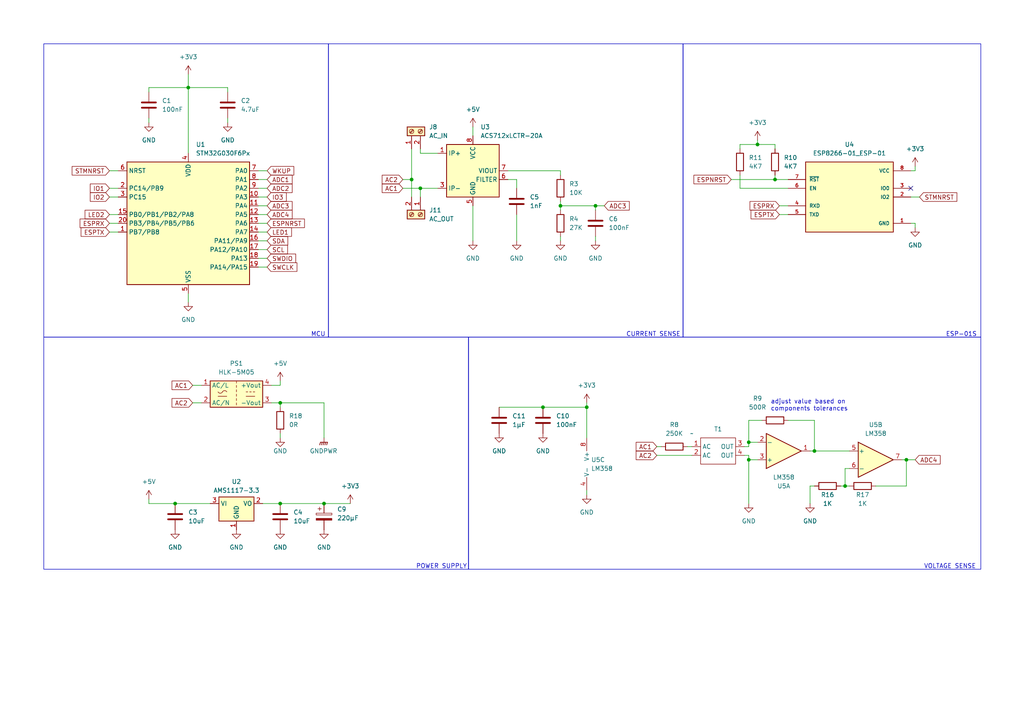
<source format=kicad_sch>
(kicad_sch (version 20230121) (generator eeschema)
  (paper "A4")
  (title_block (title "ESPIOT") (date "2024-03-27") (rev "2") (company "Emanuele Sormani") (comment 1 "Rev 2: removed diode and modified ground placing"))
  (lib_symbols
    (symbol "Amplifier_Operational:LM358" (pin_names (offset 0.127))
      (property "Reference" "U" (at 0 5.08 0))
      (property "Value" "LM358" (at 0 -5.08 0))
      (symbol "LM358_1_1"
        (polyline (pts (xy -5.08 5.08) (xy 5.08 0) (xy -5.08 -5.08) (xy -5.08 5.08)) (stroke (width 0.254)) (fill (type background)))
        (pin output line (at 7.62 0 180) (length 2.54) (name "~") (number "1"))
        (pin input line (at -7.62 -2.54 0) (length 2.54) (name "-") (number "2"))
        (pin input line (at -7.62 2.54 0) (length 2.54) (name "+") (number "3"))
      )
      (symbol "LM358_2_1"
        (polyline (pts (xy -5.08 5.08) (xy 5.08 0) (xy -5.08 -5.08) (xy -5.08 5.08)) (stroke (width 0.254)) (fill (type background)))
        (pin input line (at -7.62 2.54 0) (length 2.54) (name "+") (number "5"))
        (pin input line (at -7.62 -2.54 0) (length 2.54) (name "-") (number "6"))
        (pin output line (at 7.62 0 180) (length 2.54) (name "~") (number "7"))
      )
      (symbol "LM358_3_1"
        (pin power_in line (at -2.54 -7.62 90) (length 3.81) (name "V-") (number "4"))
        (pin power_in line (at -2.54 7.62 270) (length 3.81) (name "V+") (number "8"))
      )
    )
    (symbol "Connector:Screw_Terminal_01x02" (pin_names (offset 1.016) hide)
      (property "Reference" "J" (at 0 2.54 0))
      (property "Value" "Screw_Terminal_01x02" (at 0 -5.08 0))
      (symbol "Screw_Terminal_01x02_1_1"
        (rectangle (start -1.27 1.27) (end 1.27 -3.81) (stroke (width 0.254)) (fill (type background)))
        (circle (center 0 -2.54) (radius 0.635) (stroke (width 0.1524)))
        (polyline (pts (xy -0.5334 -2.2098) (xy 0.3302 -3.048)) (stroke (width 0.1524)))
        (polyline (pts (xy -0.5334 0.3302) (xy 0.3302 -0.508)) (stroke (width 0.1524)))
        (polyline (pts (xy -0.3556 -2.032) (xy 0.508 -2.8702)) (stroke (width 0.1524)))
        (polyline (pts (xy -0.3556 0.508) (xy 0.508 -0.3302)) (stroke (width 0.1524)))
        (circle (center 0 0) (radius 0.635) (stroke (width 0.1524)))
        (pin passive line (at -5.08 0 0) (length 3.81) (name "Pin_1") (number "1"))
        (pin passive line (at -5.08 -2.54 0) (length 3.81) (name "Pin_2") (number "2"))
      )
    )
    (symbol "Converter_ACDC:HLK-5M05"
      (property "Reference" "PS" (at 0 5.08 0))
      (property "Value" "HLK-5M05" (at 0 -5.08 0))
      (symbol "HLK-5M05_0_1"
        (rectangle (start -7.62 3.81) (end 7.62 -3.81) (stroke (width 0.254)) (fill (type background)))
        (arc (start -5.334 0.635) (mid -4.699 0.2495) (end -4.064 0.635))
        (arc (start -2.794 0.635) (mid -3.429 1.0072) (end -4.064 0.635))
        (polyline (pts (xy -5.334 -0.635) (xy -2.794 -0.635)))
        (polyline (pts (xy 0 -2.54) (xy 0 -3.175)))
        (polyline (pts (xy 0 -1.27) (xy 0 -1.905)))
        (polyline (pts (xy 0 0) (xy 0 -0.635)))
        (polyline (pts (xy 0 1.27) (xy 0 0.635)))
        (polyline (pts (xy 0 2.54) (xy 0 1.905)))
        (polyline (pts (xy 0 3.81) (xy 0 3.175)))
        (polyline (pts (xy 2.794 -0.635) (xy 5.334 -0.635)))
        (polyline (pts (xy 2.794 0.635) (xy 3.302 0.635)))
        (polyline (pts (xy 3.81 0.635) (xy 4.318 0.635)))
        (polyline (pts (xy 4.826 0.635) (xy 5.334 0.635)))
      )
      (symbol "HLK-5M05_1_1"
        (pin power_in line (at -10.16 2.54 0) (length 2.54) (name "AC/L") (number "1"))
        (pin power_in line (at -10.16 -2.54 0) (length 2.54) (name "AC/N") (number "2"))
        (pin power_out line (at 10.16 -2.54 180) (length 2.54) (name "-Vout") (number "3"))
        (pin power_out line (at 10.16 2.54 180) (length 2.54) (name "+Vout") (number "4"))
      )
    )
    (symbol "Device:C" (pin_numbers hide) (pin_names (offset 0.254))
      (property "Reference" "C" (at 0.635 2.54 0))
      (property "Value" "C" (at 0.635 -2.54 0))
      (symbol "C_0_1"
        (polyline (pts (xy -2.032 -0.762) (xy 2.032 -0.762)) (stroke (width 0.508)))
        (polyline (pts (xy -2.032 0.762) (xy 2.032 0.762)) (stroke (width 0.508)))
      )
      (symbol "C_1_1"
        (pin passive line (at 0 3.81 270) (length 2.794) (name "~") (number "1"))
        (pin passive line (at 0 -3.81 90) (length 2.794) (name "~") (number "2"))
      )
    )
    (symbol "Device:C_Polarized" (pin_numbers hide) (pin_names (offset 0.254))
      (property "Reference" "C" (at 0.635 2.54 0))
      (property "Value" "C_Polarized" (at 0.635 -2.54 0))
      (symbol "C_Polarized_0_1"
        (rectangle (start -2.286 0.508) (end 2.286 1.016))
        (polyline (pts (xy -1.778 2.286) (xy -0.762 2.286)))
        (polyline (pts (xy -1.27 2.794) (xy -1.27 1.778)))
        (rectangle (start 2.286 -0.508) (end -2.286 -1.016) (fill (type outline)))
      )
      (symbol "C_Polarized_1_1"
        (pin passive line (at 0 3.81 270) (length 2.794) (name "~") (number "1"))
        (pin passive line (at 0 -3.81 90) (length 2.794) (name "~") (number "2"))
      )
    )
    (symbol "Device:R" (pin_numbers hide) (pin_names (offset 0))
      (property "Reference" "R" (at 2.032 0 90))
      (property "Value" "R" (at 0 0 90))
      (symbol "R_0_1"
        (rectangle (start -1.016 -2.54) (end 1.016 2.54) (stroke (width 0.254)))
      )
      (symbol "R_1_1"
        (pin passive line (at 0 3.81 270) (length 1.27) (name "~") (number "1"))
        (pin passive line (at 0 -3.81 90) (length 1.27) (name "~") (number "2"))
      )
    )
    (symbol "ESP8266-01_ESP-01:ESP8266-01_ESP-01" (pin_names (offset 1.016))
      (property "Reference" "U" (at -12.7094 10.6778 0))
      (property "Value" "ESP8266-01_ESP-01" (at -12.7131 -12.7131 0))
      (symbol "ESP8266-01_ESP-01_0_0"
        (rectangle (start -12.7 -10.16) (end 12.7 10.16) (stroke (width 0.254)) (fill (type background)))
        (pin power_in line (at 17.78 -7.62 180) (length 5.08) (name "GND") (number "1"))
        (pin bidirectional line (at 17.78 0 180) (length 5.08) (name "IO2") (number "2"))
        (pin bidirectional line (at 17.78 2.54 180) (length 5.08) (name "IO0") (number "3"))
        (pin input line (at -17.78 -2.54 0) (length 5.08) (name "RXD") (number "4"))
        (pin output line (at -17.78 -5.08 0) (length 5.08) (name "TXD") (number "5"))
        (pin input line (at -17.78 2.54 0) (length 5.08) (name "EN") (number "6"))
        (pin input line (at -17.78 5.08 0) (length 5.08) (name "~{RST}") (number "7"))
        (pin power_in line (at 17.78 7.62 180) (length 5.08) (name "VCC") (number "8"))
      )
    )
    (symbol "MCU_ST_STM32G0:STM32G030F6Px"
      (property "Reference" "U" (at -17.78 19.05 0))
      (property "Value" "STM32G030F6Px" (at 2.54 19.05 0))
      (symbol "STM32G030F6Px_0_1"
        (rectangle (start -17.78 -17.78) (end 17.78 17.78) (stroke (width 0.254)) (fill (type background)))
      )
      (symbol "STM32G030F6Px_1_1"
        (pin bidirectional line (at -20.32 -2.54 0) (length 2.54) (name "PB7/PB8") (number "1"))
        (pin bidirectional line (at 20.32 7.62 180) (length 2.54) (name "PA3") (number "10"))
        (pin bidirectional line (at 20.32 5.08 180) (length 2.54) (name "PA4") (number "11"))
        (pin bidirectional line (at 20.32 2.54 180) (length 2.54) (name "PA5") (number "12"))
        (pin bidirectional line (at 20.32 0 180) (length 2.54) (name "PA6") (number "13"))
        (pin bidirectional line (at 20.32 -2.54 180) (length 2.54) (name "PA7") (number "14"))
        (pin bidirectional line (at -20.32 2.54 0) (length 2.54) (name "PB0/PB1/PB2/PA8") (number "15"))
        (pin bidirectional line (at 20.32 -5.08 180) (length 2.54) (name "PA11/PA9") (number "16"))
        (pin bidirectional line (at 20.32 -7.62 180) (length 2.54) (name "PA12/PA10") (number "17"))
        (pin bidirectional line (at 20.32 -10.16 180) (length 2.54) (name "PA13") (number "18"))
        (pin bidirectional line (at 20.32 -12.7 180) (length 2.54) (name "PA14/PA15") (number "19"))
        (pin bidirectional line (at -20.32 10.16 0) (length 2.54) (name "PC14/PB9") (number "2"))
        (pin bidirectional line (at -20.32 0 0) (length 2.54) (name "PB3/PB4/PB5/PB6") (number "20"))
        (pin bidirectional line (at -20.32 7.62 0) (length 2.54) (name "PC15") (number "3"))
        (pin power_in line (at 0 20.32 270) (length 2.54) (name "VDD") (number "4"))
        (pin power_in line (at 0 -20.32 90) (length 2.54) (name "VSS") (number "5"))
        (pin input line (at -20.32 15.24 0) (length 2.54) (name "NRST") (number "6"))
        (pin bidirectional line (at 20.32 15.24 180) (length 2.54) (name "PA0") (number "7"))
        (pin bidirectional line (at 20.32 12.7 180) (length 2.54) (name "PA1") (number "8"))
        (pin bidirectional line (at 20.32 10.16 180) (length 2.54) (name "PA2") (number "9"))
      )
    )
    (symbol "Regulator_Linear:AMS1117-3.3"
      (property "Reference" "U" (at -3.81 3.175 0))
      (property "Value" "AMS1117-3.3" (at 0 3.175 0))
      (symbol "AMS1117-3.3_0_1"
        (rectangle (start -5.08 -5.08) (end 5.08 1.905) (stroke (width 0.254)) (fill (type background)))
      )
      (symbol "AMS1117-3.3_1_1"
        (pin power_in line (at 0 -7.62 90) (length 2.54) (name "GND") (number "1"))
        (pin power_out line (at 7.62 0 180) (length 2.54) (name "VO") (number "2"))
        (pin power_in line (at -7.62 0 0) (length 2.54) (name "VI") (number "3"))
      )
    )
    (symbol "Sensor_Current:ACS712xLCTR-20A"
      (property "Reference" "U" (at 2.54 11.43 0))
      (property "Value" "ACS712xLCTR-20A" (at 2.54 8.89 0))
      (symbol "ACS712xLCTR-20A_0_1"
        (rectangle (start -7.62 7.62) (end 7.62 -7.62) (stroke (width 0.254)) (fill (type background)))
      )
      (symbol "ACS712xLCTR-20A_1_1"
        (pin passive line (at -10.16 5.08 0) (length 2.54) (name "IP+") (number "1"))
        (pin passive line (at -10.16 5.08 0) (length 2.54) hide (name "IP+") (number "2"))
        (pin passive line (at -10.16 -5.08 0) (length 2.54) (name "IP-") (number "3"))
        (pin passive line (at -10.16 -5.08 0) (length 2.54) hide (name "IP-") (number "4"))
        (pin power_in line (at 0 -10.16 90) (length 2.54) (name "GND") (number "5"))
        (pin passive line (at 10.16 -2.54 180) (length 2.54) (name "FILTER") (number "6"))
        (pin output line (at 10.16 0 180) (length 2.54) (name "VIOUT") (number "7"))
        (pin power_in line (at 0 10.16 270) (length 2.54) (name "VCC") (number "8"))
      )
    )
    (symbol "power:+3V3" (power) (pin_names (offset 0))
      (property "Value" "+3V3" (at 0 3.556 0))
      (symbol "+3V3_0_1"
        (polyline (pts (xy -0.762 1.27) (xy 0 2.54)))
        (polyline (pts (xy 0 0) (xy 0 2.54)))
        (polyline (pts (xy 0 2.54) (xy 0.762 1.27)))
      )
      (symbol "+3V3_1_1"
        (pin power_in line (at 0 0 90) (length 0) hide (name "+3V3") (number "1"))
      )
    )
    (symbol "power:+5V" (power) (pin_names (offset 0))
      (property "Value" "+5V" (at 0 3.556 0))
      (symbol "+5V_0_1"
        (polyline (pts (xy -0.762 1.27) (xy 0 2.54)))
        (polyline (pts (xy 0 0) (xy 0 2.54)))
        (polyline (pts (xy 0 2.54) (xy 0.762 1.27)))
      )
      (symbol "+5V_1_1"
        (pin power_in line (at 0 0 90) (length 0) hide (name "+5V") (number "1"))
      )
    )
    (symbol "power:GND" (power) (pin_names (offset 0))
      (property "Value" "GND" (at 0 -3.81 0))
      (symbol "GND_0_1"
        (polyline (pts (xy 0 0) (xy 0 -1.27) (xy 1.27 -1.27) (xy 0 -2.54) (xy -1.27 -1.27) (xy 0 -1.27)))
      )
      (symbol "GND_1_1"
        (pin power_in line (at 0 0 270) (length 0) hide (name "GND") (number "1"))
      )
    )
    (symbol "power:GNDPWR" (power) (pin_names (offset 0))
      (property "Value" "GNDPWR" (at 0 -3.302 0))
      (symbol "GNDPWR_0_1"
        (polyline (pts (xy 0 -1.27) (xy 0 0)))
        (polyline (pts (xy -1.016 -1.27) (xy -1.27 -2.032) (xy -1.27 -2.032)) (stroke (width 0.2032)))
        (polyline (pts (xy -0.508 -1.27) (xy -0.762 -2.032) (xy -0.762 -2.032)) (stroke (width 0.2032)))
        (polyline (pts (xy 0 -1.27) (xy -0.254 -2.032) (xy -0.254 -2.032)) (stroke (width 0.2032)))
        (polyline (pts (xy 0.508 -1.27) (xy 0.254 -2.032) (xy 0.254 -2.032)) (stroke (width 0.2032)))
        (polyline (pts (xy 1.016 -1.27) (xy -1.016 -1.27) (xy -1.016 -1.27)) (stroke (width 0.2032)))
        (polyline (pts (xy 1.016 -1.27) (xy 0.762 -2.032) (xy 0.762 -2.032) (xy 0.762 -2.032)) (stroke (width 0.2032)))
      )
      (symbol "GNDPWR_1_1"
        (pin power_in line (at 0 0 270) (length 0) hide (name "GNDPWR") (number "1"))
      )
    )
    (symbol "power_symbols:ZMPT107"
      (property "Reference" "T" (at 7.62 0 0))
      (symbol "ZMPT107_0_1"
        (rectangle (start 2.54 -1.27) (end 12.7 -8.89))
      )
      (symbol "ZMPT107_1_1"
        (pin input line (at 0 -3.81 0) (length 2.54) (name "AC") (number "1"))
        (pin input line (at 0 -6.35 0) (length 2.54) (name "AC") (number "2"))
        (pin input line (at 15.24 -3.81 180) (length 2.54) (name "OUT") (number "3"))
        (pin input line (at 15.24 -6.35 180) (length 2.54) (name "OUT") (number "4"))
      )
    )
  )
  (junction (at 157.48 118.11))
  (junction (at 217.17 128.27))
  (junction (at 219.71 41.91))
  (junction (at 81.28 146.05))
  (junction (at 217.17 133.35))
  (junction (at 119.38 52.07))
  (junction (at 236.22 130.81))
  (junction (at 224.79 52.07))
  (junction (at 262.89 133.35))
  (junction (at 172.72 59.69))
  (junction (at 162.56 59.69))
  (junction (at 54.61 25.4))
  (junction (at 81.28 116.84))
  (junction (at 50.8 146.05))
  (junction (at 245.11 140.97))
  (junction (at 121.92 54.61))
  (junction (at 93.98 146.05))
  (junction (at 170.18 118.11))
  (no_connect (at 264.16 54.61))
  (wire (pts (xy 217.17 128.27) (xy 217.17 129.54)))
  (wire (pts (xy 31.75 62.23) (xy 34.29 62.23)))
  (wire (pts (xy 77.47 59.69) (xy 74.93 59.69)))
  (wire (pts (xy 245.11 135.89) (xy 245.11 140.97)))
  (wire (pts (xy 245.11 140.97) (xy 246.38 140.97)))
  (wire (pts (xy 219.71 41.91) (xy 224.79 41.91)))
  (wire (pts (xy 93.98 127) (xy 93.98 116.84)))
  (wire (pts (xy 43.18 34.29) (xy 43.18 35.56)))
  (wire (pts (xy 119.38 43.18) (xy 119.38 52.07)))
  (wire (pts (xy 54.61 25.4) (xy 66.04 25.4)))
  (wire (pts (xy 78.74 111.76) (xy 81.28 111.76)))
  (wire (pts (xy 149.86 62.23) (xy 149.86 69.85)))
  (wire (pts (xy 172.72 68.58) (xy 172.72 69.85)))
  (wire (pts (xy 137.16 36.83) (xy 137.16 39.37)))
  (wire (pts (xy 264.16 64.77) (xy 265.43 64.77)))
  (wire (pts (xy 81.28 146.05) (xy 93.98 146.05)))
  (wire (pts (xy 172.72 59.69) (xy 175.26 59.69)))
  (wire (pts (xy 54.61 21.59) (xy 54.61 25.4)))
  (wire (pts (xy 121.92 54.61) (xy 127 54.61)))
  (wire (pts (xy 190.5 132.08) (xy 200.66 132.08)))
  (wire (pts (xy 55.88 111.76) (xy 58.42 111.76)))
  (wire (pts (xy 31.75 54.61) (xy 34.29 54.61)))
  (wire (pts (xy 74.93 77.47) (xy 77.47 77.47)))
  (wire (pts (xy 55.88 116.84) (xy 58.42 116.84)))
  (wire (pts (xy 224.79 52.07) (xy 228.6 52.07)))
  (wire (pts (xy 74.93 69.85) (xy 77.47 69.85)))
  (wire (pts (xy 217.17 133.35) (xy 217.17 132.08)))
  (wire (pts (xy 116.84 52.07) (xy 119.38 52.07)))
  (wire (pts (xy 219.71 40.64) (xy 219.71 41.91)))
  (wire (pts (xy 78.74 116.84) (xy 81.28 116.84)))
  (wire (pts (xy 172.72 59.69) (xy 162.56 59.69)))
  (wire (pts (xy 74.93 74.93) (xy 77.47 74.93)))
  (wire (pts (xy 190.5 129.54) (xy 191.77 129.54)))
  (wire (pts (xy 214.63 43.18) (xy 214.63 41.91)))
  (wire (pts (xy 170.18 116.84) (xy 170.18 118.11)))
  (wire (pts (xy 77.47 57.15) (xy 74.93 57.15)))
  (wire (pts (xy 170.18 118.11) (xy 170.18 127)))
  (wire (pts (xy 234.95 146.05) (xy 234.95 140.97)))
  (wire (pts (xy 162.56 68.58) (xy 162.56 69.85)))
  (wire (pts (xy 54.61 25.4) (xy 54.61 44.45)))
  (wire (pts (xy 66.04 34.29) (xy 66.04 35.56)))
  (wire (pts (xy 236.22 130.81) (xy 234.95 130.81)))
  (wire (pts (xy 54.61 85.09) (xy 54.61 87.63)))
  (wire (pts (xy 121.92 54.61) (xy 121.92 57.15)))
  (wire (pts (xy 262.89 140.97) (xy 254 140.97)))
  (wire (pts (xy 121.92 44.45) (xy 127 44.45)))
  (wire (pts (xy 81.28 118.11) (xy 81.28 116.84)))
  (wire (pts (xy 264.16 57.15) (xy 266.7 57.15)))
  (wire (pts (xy 119.38 52.07) (xy 119.38 57.15)))
  (wire (pts (xy 66.04 26.67) (xy 66.04 25.4)))
  (wire (pts (xy 77.47 67.31) (xy 74.93 67.31)))
  (wire (pts (xy 162.56 59.69) (xy 162.56 60.96)))
  (wire (pts (xy 214.63 54.61) (xy 228.6 54.61)))
  (wire (pts (xy 219.71 133.35) (xy 217.17 133.35)))
  (wire (pts (xy 31.75 49.53) (xy 34.29 49.53)))
  (wire (pts (xy 147.32 52.07) (xy 149.86 52.07)))
  (wire (pts (xy 215.9 132.08) (xy 217.17 132.08)))
  (wire (pts (xy 43.18 25.4) (xy 54.61 25.4)))
  (wire (pts (xy 245.11 135.89) (xy 246.38 135.89)))
  (wire (pts (xy 93.98 146.05) (xy 101.6 146.05)))
  (wire (pts (xy 214.63 41.91) (xy 219.71 41.91)))
  (wire (pts (xy 265.43 49.53) (xy 265.43 48.26)))
  (wire (pts (xy 121.92 43.18) (xy 121.92 44.45)))
  (wire (pts (xy 234.95 140.97) (xy 236.22 140.97)))
  (wire (pts (xy 217.17 133.35) (xy 217.17 146.05)))
  (wire (pts (xy 77.47 64.77) (xy 74.93 64.77)))
  (wire (pts (xy 31.75 67.31) (xy 34.29 67.31)))
  (wire (pts (xy 147.32 49.53) (xy 162.56 49.53)))
  (wire (pts (xy 236.22 121.92) (xy 236.22 130.81)))
  (wire (pts (xy 219.71 128.27) (xy 217.17 128.27)))
  (wire (pts (xy 162.56 58.42) (xy 162.56 59.69)))
  (wire (pts (xy 76.2 146.05) (xy 81.28 146.05)))
  (wire (pts (xy 245.11 140.97) (xy 243.84 140.97)))
  (wire (pts (xy 262.89 133.35) (xy 265.43 133.35)))
  (wire (pts (xy 262.89 133.35) (xy 262.89 140.97)))
  (wire (pts (xy 144.78 118.11) (xy 157.48 118.11)))
  (wire (pts (xy 199.39 129.54) (xy 200.66 129.54)))
  (wire (pts (xy 43.18 144.78) (xy 43.18 146.05)))
  (wire (pts (xy 224.79 50.8) (xy 224.79 52.07)))
  (wire (pts (xy 81.28 127) (xy 81.28 125.73)))
  (wire (pts (xy 77.47 52.07) (xy 74.93 52.07)))
  (wire (pts (xy 157.48 118.11) (xy 170.18 118.11)))
  (wire (pts (xy 116.84 54.61) (xy 121.92 54.61)))
  (wire (pts (xy 217.17 128.27) (xy 217.17 121.92)))
  (wire (pts (xy 77.47 54.61) (xy 74.93 54.61)))
  (wire (pts (xy 228.6 121.92) (xy 236.22 121.92)))
  (wire (pts (xy 172.72 60.96) (xy 172.72 59.69)))
  (wire (pts (xy 217.17 121.92) (xy 220.98 121.92)))
  (wire (pts (xy 226.06 62.23) (xy 228.6 62.23)))
  (wire (pts (xy 217.17 129.54) (xy 215.9 129.54)))
  (wire (pts (xy 214.63 50.8) (xy 214.63 54.61)))
  (wire (pts (xy 137.16 59.69) (xy 137.16 69.85)))
  (wire (pts (xy 264.16 49.53) (xy 265.43 49.53)))
  (wire (pts (xy 262.89 133.35) (xy 261.62 133.35)))
  (wire (pts (xy 50.8 146.05) (xy 60.96 146.05)))
  (wire (pts (xy 77.47 62.23) (xy 74.93 62.23)))
  (wire (pts (xy 31.75 64.77) (xy 34.29 64.77)))
  (wire (pts (xy 162.56 49.53) (xy 162.56 50.8)))
  (wire (pts (xy 212.09 52.07) (xy 224.79 52.07)))
  (wire (pts (xy 81.28 116.84) (xy 93.98 116.84)))
  (wire (pts (xy 31.75 57.15) (xy 34.29 57.15)))
  (wire (pts (xy 170.18 142.24) (xy 170.18 143.51)))
  (wire (pts (xy 265.43 64.77) (xy 265.43 66.04)))
  (wire (pts (xy 81.28 111.76) (xy 81.28 110.49)))
  (wire (pts (xy 43.18 26.67) (xy 43.18 25.4)))
  (wire (pts (xy 74.93 72.39) (xy 77.47 72.39)))
  (wire (pts (xy 236.22 130.81) (xy 246.38 130.81)))
  (wire (pts (xy 226.06 59.69) (xy 228.6 59.69)))
  (wire (pts (xy 77.47 49.53) (xy 74.93 49.53)))
  (wire (pts (xy 149.86 52.07) (xy 149.86 54.61)))
  (wire (pts (xy 43.18 146.05) (xy 50.8 146.05)))
  (wire (pts (xy 224.79 41.91) (xy 224.79 43.18)))
  (rectangle (start 95.25 12.7) (end 198.12 97.79))
  (rectangle (start 12.7 12.7) (end 95.25 97.79))
  (rectangle (start 135.89 97.79) (end 284.48 165.1))
  (rectangle (start 198.12 12.7) (end 284.48 97.79))
  (rectangle (start 12.7 97.79) (end 135.89 165.1))
  (text "adjust value based on \ncomponents tolerances" (at 223.52 119.38 0) (effects (font (size 1.27 1.27)) (justify left bottom)))
  (text "MCU" (at 90.17 97.79 0) (effects (font (size 1.27 1.27)) (justify left bottom)))
  (text "VOLTAGE SENSE" (at 267.97 165.1 0) (effects (font (size 1.27 1.27)) (justify left bottom)))
  (text "CURRENT SENSE" (at 181.61 97.79 0) (effects (font (size 1.27 1.27)) (justify left bottom)))
  (text "ESP-01S" (at 274.32 97.79 0) (effects (font (size 1.27 1.27)) (justify left bottom)))
  (text "POWER SUPPLY" (at 120.65 165.1 0) (effects (font (size 1.27 1.27)) (justify left bottom)))
  (global_label "STMNRST" (shape input) (at 266.7 57.15 0) (property "Intersheetrefs" "${INTERSHEET_REFS}" (effects hide)))
  (global_label "ESPNRST" (shape input) (at 212.09 52.07 180) (property "Intersheetrefs" "${INTERSHEET_REFS}" (effects hide)))
  (global_label "SWCLK" (shape input) (at 77.47 77.47 0) (property "Intersheetrefs" "${INTERSHEET_REFS}" (effects hide)))
  (global_label "LED1" (shape input) (at 77.47 67.31 0) (property "Intersheetrefs" "${INTERSHEET_REFS}" (effects hide)))
  (global_label "ESPRX" (shape input) (at 226.06 59.69 180) (property "Intersheetrefs" "${INTERSHEET_REFS}" (effects hide)))
  (global_label "IO3" (shape input) (at 77.47 57.15 0) (property "Intersheetrefs" "${INTERSHEET_REFS}" (effects hide)))
  (global_label "SWDIO" (shape input) (at 77.47 74.93 0) (property "Intersheetrefs" "${INTERSHEET_REFS}" (effects hide)))
  (global_label "AC2" (shape input) (at 55.88 116.84 180) (property "Intersheetrefs" "${INTERSHEET_REFS}" (effects hide)))
  (global_label "ESPRX" (shape input) (at 31.75 64.77 180) (property "Intersheetrefs" "${INTERSHEET_REFS}" (effects hide)))
  (global_label "ADC4" (shape input) (at 77.47 62.23 0) (property "Intersheetrefs" "${INTERSHEET_REFS}" (effects hide)))
  (global_label "ADC1" (shape input) (at 77.47 52.07 0) (property "Intersheetrefs" "${INTERSHEET_REFS}" (effects hide)))
  (global_label "ESPTX" (shape input) (at 31.75 67.31 180) (property "Intersheetrefs" "${INTERSHEET_REFS}" (effects hide)))
  (global_label "STMNRST" (shape input) (at 31.75 49.53 180) (property "Intersheetrefs" "${INTERSHEET_REFS}" (effects hide)))
  (global_label "ADC3" (shape input) (at 175.26 59.69 0) (property "Intersheetrefs" "${INTERSHEET_REFS}" (effects hide)))
  (global_label "IO1" (shape input) (at 31.75 54.61 180) (property "Intersheetrefs" "${INTERSHEET_REFS}" (effects hide)))
  (global_label "SCL" (shape input) (at 77.47 72.39 0) (property "Intersheetrefs" "${INTERSHEET_REFS}" (effects hide)))
  (global_label "AC2" (shape input) (at 190.5 132.08 180) (property "Intersheetrefs" "${INTERSHEET_REFS}" (effects hide)))
  (global_label "AC1" (shape input) (at 190.5 129.54 180) (property "Intersheetrefs" "${INTERSHEET_REFS}" (effects hide)))
  (global_label "AC1" (shape input) (at 116.84 54.61 180) (property "Intersheetrefs" "${INTERSHEET_REFS}" (effects hide)))
  (global_label "LED2" (shape input) (at 31.75 62.23 180) (property "Intersheetrefs" "${INTERSHEET_REFS}" (effects hide)))
  (global_label "SDA" (shape input) (at 77.47 69.85 0) (property "Intersheetrefs" "${INTERSHEET_REFS}" (effects hide)))
  (global_label "AC1" (shape input) (at 55.88 111.76 180) (property "Intersheetrefs" "${INTERSHEET_REFS}" (effects hide)))
  (global_label "ESPTX" (shape input) (at 226.06 62.23 180) (property "Intersheetrefs" "${INTERSHEET_REFS}" (effects hide)))
  (global_label "ESPNRST" (shape input) (at 77.47 64.77 0) (property "Intersheetrefs" "${INTERSHEET_REFS}" (effects hide)))
  (global_label "IO2" (shape input) (at 31.75 57.15 180) (property "Intersheetrefs" "${INTERSHEET_REFS}" (effects hide)))
  (global_label "AC2" (shape input) (at 116.84 52.07 180) (property "Intersheetrefs" "${INTERSHEET_REFS}" (effects hide)))
  (global_label "ADC2" (shape input) (at 77.47 54.61 0) (property "Intersheetrefs" "${INTERSHEET_REFS}" (effects hide)))
  (global_label "ADC3" (shape input) (at 77.47 59.69 0) (property "Intersheetrefs" "${INTERSHEET_REFS}" (effects hide)))
  (global_label "WKUP" (shape input) (at 77.47 49.53 0) (property "Intersheetrefs" "${INTERSHEET_REFS}" (effects hide)))
  (global_label "ADC4" (shape input) (at 265.43 133.35 0) (property "Intersheetrefs" "${INTERSHEET_REFS}" (effects hide)))
  (symbol (lib_id "Connector:Screw_Terminal_01x02") (at 121.92 62.23 270) (unit 1)
    (property "Reference" "J11" (at 124.46 60.96 90) (effects (justify left)))
    (property "Value" "AC_OUT" (at 124.46 63.5 90) (effects (justify left)))
    (property "Footprint" "w_conn_screw:mors_2p" (effects hide))
  )
  (symbol (lib_id "power:GND") (at 149.86 69.85 0) (unit 1)
    (property "Reference" "#PWR018" (effects hide))
    (property "Value" "GND" (at 149.86 74.93 0))
  )
  (symbol (lib_id "Device:R") (at 250.19 140.97 270) (unit 1)
    (property "Reference" "R17" (at 250.19 143.51 90))
    (property "Value" "1K" (at 250.19 146.05 90))
    (property "Footprint" "Resistor_SMD:R_0603_1608Metric" (effects hide))
  )
  (symbol (lib_id "Device:C") (at 43.18 30.48 0) (unit 1)
    (property "Reference" "C1" (at 46.99 29.21 0) (effects (justify left)))
    (property "Value" "100nF" (at 46.99 31.75 0) (effects (justify left)))
    (property "Footprint" "Capacitor_SMD:C_0603_1608Metric" (effects hide))
  )
  (symbol (lib_id "power:GNDPWR") (at 93.98 127 0) (unit 1)
    (property "Reference" "#PWR026" (effects hide))
    (property "Value" "GNDPWR" (at 93.853 130.81 0))
  )
  (symbol (lib_id "power:+3V3") (at 219.71 40.64 0) (unit 1)
    (property "Reference" "#PWR032" (effects hide))
    (property "Value" "+3V3" (at 219.71 35.56 0))
  )
  (symbol (lib_id "power_symbols:ZMPT107") (at 200.66 125.73 0) (unit 1)
    (property "Reference" "T1" (at 208.28 124.46 0))
    (property "Value" "~" (at 200.66 125.73 0))
    (property "Footprint" "power_symbols:ZMPT107" (effects hide))
  )
  (symbol (lib_id "power:GND") (at 93.98 153.67 0) (unit 1)
    (property "Reference" "#PWR043" (effects hide))
    (property "Value" "GND" (at 93.98 158.75 0))
  )
  (symbol (lib_id "Device:R") (at 162.56 64.77 0) (unit 1)
    (property "Reference" "R4" (at 165.1 63.5 0) (effects (justify left)))
    (property "Value" "27K" (at 165.1 66.04 0) (effects (justify left)))
    (property "Footprint" "Resistor_SMD:R_0603_1608Metric" (effects hide))
  )
  (symbol (lib_id "power:GND") (at 54.61 87.63 0) (unit 1)
    (property "Reference" "#PWR04" (effects hide))
    (property "Value" "GND" (at 54.61 92.71 0))
  )
  (symbol (lib_id "power:GND") (at 50.8 153.67 0) (unit 1)
    (property "Reference" "#PWR09" (effects hide))
    (property "Value" "GND" (at 50.8 158.75 0))
  )
  (symbol (lib_id "power:+3V3") (at 54.61 21.59 0) (unit 1)
    (property "Reference" "#PWR03" (effects hide))
    (property "Value" "+3V3" (at 54.61 16.51 0))
  )
  (symbol (lib_id "power:+3V3") (at 101.6 146.05 0) (unit 1)
    (property "Reference" "#PWR011" (effects hide))
    (property "Value" "+3V3" (at 101.6 140.97 0))
  )
  (symbol (lib_id "power:GND") (at 157.48 125.73 0) (unit 1)
    (property "Reference" "#PWR047" (effects hide))
    (property "Value" "GND" (at 157.48 130.81 0))
  )
  (symbol (lib_id "power:GND") (at 66.04 35.56 0) (unit 1)
    (property "Reference" "#PWR05" (effects hide))
    (property "Value" "GND" (at 66.04 40.64 0))
  )
  (symbol (lib_id "power:GND") (at 170.18 143.51 0) (unit 1)
    (property "Reference" "#PWR037" (effects hide))
    (property "Value" "GND" (at 170.18 148.59 0))
  )
  (symbol (lib_id "Sensor_Current:ACS712xLCTR-20A") (at 137.16 49.53 0) (unit 1)
    (property "Reference" "U3" (at 139.3541 36.83 0) (effects (justify left)))
    (property "Value" "ACS712xLCTR-20A" (at 139.3541 39.37 0) (effects (justify left)))
    (property "Footprint" "Package_SO:SOIC-8_3.9x4.9mm_P1.27mm" (effects hide))
    (property "Datasheet" "http://www.allegromicro.com/~/media/Files/Datasheets/ACS712-Datasheet.ashx?la=en" (effects hide))
  )
  (symbol (lib_id "Amplifier_Operational:LM358") (at 227.33 130.81 0) (mirror x) (unit 1)
    (property "Reference" "U5" (at 227.33 140.97 0))
    (property "Value" "LM358" (at 227.33 138.43 0))
    (property "Footprint" "Package_DIP:DIP-8_W7.62mm" (effects hide))
    (property "Datasheet" "http://www.ti.com/lit/ds/symlink/lm2904-n.pdf" (effects hide))
  )
  (symbol (lib_id "power:GND") (at 43.18 35.56 0) (unit 1)
    (property "Reference" "#PWR02" (effects hide))
    (property "Value" "GND" (at 43.18 40.64 0))
  )
  (symbol (lib_id "ESP8266-01_ESP-01:ESP8266-01_ESP-01") (at 246.38 57.15 0) (unit 1)
    (property "Reference" "U4" (at 246.38 41.91 0))
    (property "Value" "ESP8266-01_ESP-01" (at 246.38 44.45 0))
    (property "Footprint" "power_symbols:esp-01s" (effects hide))
    (property "MF" "AI-Thinker" (effects hide))
    (property "MAXIMUM_PACKAGE_HEIGHT" "11.2 mm" (effects hide))
    (property "Package" "Non-Standard AI-Thinker" (effects hide))
    (property "Price" "None" (effects hide))
    (property "Check_prices" "https://www.snapeda.com/parts/ESP8266-01/ESP-01/AI-Thinker/view-part/?ref=eda" (effects hide))
    (property "STANDARD" "Manufacturer recommendations or IPC 7351B" (effects hide))
    (property "PARTREV" "V1.2" (effects hide))
    (property "SnapEDA_Link" "https://www.snapeda.com/parts/ESP8266-01/ESP-01/AI-Thinker/view-part/?ref=snap" (effects hide))
    (property "MP" "ESP8266-01/ESP-01" (effects hide))
    (property "Description" "\nMakerFocus 4pcs ESP8266 ESP-01 Serial Wireless WiFi Transceiver Receiver Module 1MB SPI Flash DC3.0-3.6V Internet of Things WiFi Module Board Compatible with Ar duino\n" (effects hide))
    (property "Availability" "Not in stock" (effects hide))
    (property "MANUFACTURER" "AI-Thinker" (effects hide))
  )
  (symbol (lib_id "Device:C") (at 172.72 64.77 0) (unit 1)
    (property "Reference" "C6" (at 176.53 63.5 0) (effects (justify left)))
    (property "Value" "100nF" (at 176.53 66.04 0) (effects (justify left)))
    (property "Footprint" "Capacitor_SMD:C_0603_1608Metric" (effects hide))
  )
  (symbol (lib_id "power:GND") (at 144.78 125.73 0) (unit 1)
    (property "Reference" "#PWR01" (effects hide))
    (property "Value" "GND" (at 144.78 130.81 0))
  )
  (symbol (lib_id "power:GND") (at 172.72 69.85 0) (unit 1)
    (property "Reference" "#PWR017" (effects hide))
    (property "Value" "GND" (at 172.72 74.93 0))
  )
  (symbol (lib_id "Device:R") (at 162.56 54.61 0) (unit 1)
    (property "Reference" "R3" (at 165.1 53.34 0) (effects (justify left)))
    (property "Value" "10K" (at 165.1 55.88 0) (effects (justify left)))
    (property "Footprint" "Resistor_SMD:R_0603_1608Metric" (effects hide))
  )
  (symbol (lib_id "power:GND") (at 68.58 153.67 0) (unit 1)
    (property "Reference" "#PWR045" (effects hide))
    (property "Value" "GND" (at 68.58 158.75 0))
  )
  (symbol (lib_id "power:GND") (at 81.28 153.67 0) (unit 1)
    (property "Reference" "#PWR010" (effects hide))
    (property "Value" "GND" (at 81.28 158.75 0))
  )
  (symbol (lib_id "power:GND") (at 81.28 127 0) (unit 1)
    (property "Reference" "#PWR041" (effects hide))
    (property "Value" "GND" (at 81.28 130.81 0))
  )
  (symbol (lib_id "Connector:Screw_Terminal_01x02") (at 119.38 38.1 90) (unit 1)
    (property "Reference" "J8" (at 124.46 36.83 90) (effects (justify right)))
    (property "Value" "AC_IN" (at 124.46 39.37 90) (effects (justify right)))
    (property "Footprint" "w_conn_screw:mors_2p" (effects hide))
  )
  (symbol (lib_id "Regulator_Linear:AMS1117-3.3") (at 68.58 146.05 0) (unit 1)
    (property "Reference" "U2" (at 68.58 139.7 0))
    (property "Value" "AMS1117-3.3" (at 68.58 142.24 0))
    (property "Footprint" "Package_TO_SOT_SMD:SOT-223-3_TabPin2" (effects hide))
    (property "Datasheet" "http://www.advanced-monolithic.com/pdf/ds1117.pdf" (effects hide))
  )
  (symbol (lib_id "Device:R") (at 195.58 129.54 270) (unit 1)
    (property "Reference" "R8" (at 195.58 123.19 90))
    (property "Value" "250K" (at 195.58 125.73 90))
    (property "Footprint" "Resistor_SMD:R_1206_3216Metric" (effects hide))
  )
  (symbol (lib_id "Device:R") (at 240.03 140.97 270) (unit 1)
    (property "Reference" "R16" (at 240.03 143.51 90))
    (property "Value" "1K" (at 240.03 146.05 90))
    (property "Footprint" "Resistor_SMD:R_0603_1608Metric" (effects hide))
  )
  (symbol (lib_id "Device:C") (at 66.04 30.48 0) (unit 1)
    (property "Reference" "C2" (at 69.85 29.21 0) (effects (justify left)))
    (property "Value" "4.7uF" (at 69.85 31.75 0) (effects (justify left)))
    (property "Footprint" "Capacitor_SMD:C_0603_1608Metric" (effects hide))
  )
  (symbol (lib_id "MCU_ST_STM32G0:STM32G030F6Px") (at 54.61 64.77 0) (unit 1)
    (property "Reference" "U1" (at 56.8041 41.91 0) (effects (justify left)))
    (property "Value" "STM32G030F6Px" (at 56.8041 44.45 0) (effects (justify left)))
    (property "Footprint" "Package_SO:TSSOP-20_4.4x6.5mm_P0.65mm" (effects hide))
    (property "Datasheet" "https://www.st.com/resource/en/datasheet/stm32g030f6.pdf" (effects hide))
  )
  (symbol (lib_id "Device:C") (at 81.28 149.86 0) (unit 1)
    (property "Reference" "C4" (at 85.09 148.59 0) (effects (justify left)))
    (property "Value" "10uF" (at 85.09 151.13 0) (effects (justify left)))
    (property "Footprint" "Capacitor_SMD:C_0603_1608Metric" (effects hide))
  )
  (symbol (lib_id "Device:R") (at 214.63 46.99 0) (unit 1)
    (property "Reference" "R11" (at 217.17 45.72 0) (effects (justify left)))
    (property "Value" "4K7" (at 217.17 48.26 0) (effects (justify left)))
    (property "Footprint" "Resistor_SMD:R_0603_1608Metric" (effects hide))
  )
  (symbol (lib_id "Amplifier_Operational:LM358") (at 254 133.35 0) (unit 2)
    (property "Reference" "U5" (at 254 123.19 0))
    (property "Value" "LM358" (at 254 125.73 0))
    (property "Footprint" "Package_DIP:DIP-8_W7.62mm" (effects hide))
    (property "Datasheet" "http://www.ti.com/lit/ds/symlink/lm2904-n.pdf" (effects hide))
  )
  (symbol (lib_id "power:GND") (at 162.56 69.85 0) (unit 1)
    (property "Reference" "#PWR016" (effects hide))
    (property "Value" "GND" (at 162.56 74.93 0))
  )
  (symbol (lib_id "Device:C") (at 50.8 149.86 0) (unit 1)
    (property "Reference" "C3" (at 54.61 148.59 0) (effects (justify left)))
    (property "Value" "10uF" (at 54.61 151.13 0) (effects (justify left)))
    (property "Footprint" "Capacitor_SMD:C_0603_1608Metric" (effects hide))
  )
  (symbol (lib_id "Device:R") (at 224.79 121.92 90) (unit 1)
    (property "Reference" "R9" (at 219.71 115.57 90))
    (property "Value" "500R" (at 219.71 118.11 90))
    (property "Footprint" "Resistor_SMD:R_0603_1608Metric" (effects hide))
  )
  (symbol (lib_id "Device:C_Polarized") (at 93.98 149.86 0) (unit 1)
    (property "Reference" "C9" (at 97.79 147.701 0) (effects (justify left)))
    (property "Value" "220µF" (at 97.79 150.241 0) (effects (justify left)))
    (property "Footprint" "Capacitor_THT:CP_Radial_D6.3mm_P2.50mm" (effects hide))
  )
  (symbol (lib_id "power:+3V3") (at 265.43 48.26 0) (unit 1)
    (property "Reference" "#PWR030" (effects hide))
    (property "Value" "+3V3" (at 265.43 43.18 0))
  )
  (symbol (lib_id "Device:C") (at 149.86 58.42 0) (unit 1)
    (property "Reference" "C5" (at 153.67 57.15 0) (effects (justify left)))
    (property "Value" "1nF" (at 153.67 59.69 0) (effects (justify left)))
    (property "Footprint" "Capacitor_SMD:C_0603_1608Metric" (effects hide))
  )
  (symbol (lib_id "Device:C") (at 144.78 121.92 0) (unit 1)
    (property "Reference" "C11" (at 148.59 120.65 0) (effects (justify left)))
    (property "Value" "1µF" (at 148.59 123.19 0) (effects (justify left)))
    (property "Footprint" "Capacitor_SMD:C_0603_1608Metric" (effects hide))
  )
  (symbol (lib_id "power:GND") (at 217.17 146.05 0) (unit 1)
    (property "Reference" "#PWR038" (effects hide))
    (property "Value" "GND" (at 217.17 151.13 0))
  )
  (symbol (lib_id "power:GND") (at 234.95 146.05 0) (unit 1)
    (property "Reference" "#PWR039" (effects hide))
    (property "Value" "GND" (at 234.95 151.13 0))
  )
  (symbol (lib_id "Device:C") (at 157.48 121.92 0) (unit 1)
    (property "Reference" "C10" (at 161.29 120.65 0) (effects (justify left)))
    (property "Value" "100nF" (at 161.29 123.19 0) (effects (justify left)))
    (property "Footprint" "Capacitor_SMD:C_0603_1608Metric" (effects hide))
  )
  (symbol (lib_id "Device:R") (at 224.79 46.99 0) (unit 1)
    (property "Reference" "R10" (at 227.33 45.72 0) (effects (justify left)))
    (property "Value" "4K7" (at 227.33 48.26 0) (effects (justify left)))
    (property "Footprint" "Resistor_SMD:R_0603_1608Metric" (effects hide))
  )
  (symbol (lib_id "power:+5V") (at 43.18 144.78 0) (unit 1)
    (property "Reference" "#PWR012" (effects hide))
    (property "Value" "+5V" (at 43.18 139.7 0))
  )
  (symbol (lib_id "power:GND") (at 137.16 69.85 0) (unit 1)
    (property "Reference" "#PWR015" (effects hide))
    (property "Value" "GND" (at 137.16 74.93 0))
  )
  (symbol (lib_id "power:+5V") (at 81.28 110.49 0) (unit 1)
    (property "Reference" "#PWR040" (effects hide))
    (property "Value" "+5V" (at 81.28 105.41 0))
  )
  (symbol (lib_id "power:+3V3") (at 170.18 116.84 0) (unit 1)
    (property "Reference" "#PWR019" (effects hide))
    (property "Value" "+3V3" (at 170.18 111.76 0))
  )
  (symbol (lib_id "power:+5V") (at 137.16 36.83 0) (unit 1)
    (property "Reference" "#PWR014" (effects hide))
    (property "Value" "+5V" (at 137.16 31.75 0))
  )
  (symbol (lib_id "Device:R") (at 81.28 121.92 0) (unit 1)
    (property "Reference" "R18" (at 83.82 120.65 0) (effects (justify left)))
    (property "Value" "0R" (at 83.82 123.19 0) (effects (justify left)))
    (property "Footprint" "Resistor_SMD:R_1206_3216Metric" (effects hide))
  )
  (symbol (lib_id "Amplifier_Operational:LM358") (at 172.72 134.62 0) (unit 3)
    (property "Reference" "U5" (at 171.45 133.35 0) (effects (justify left)))
    (property "Value" "LM358" (at 171.45 135.89 0) (effects (justify left)))
    (property "Footprint" "Package_DIP:DIP-8_W7.62mm" (effects hide))
    (property "Datasheet" "http://www.ti.com/lit/ds/symlink/lm2904-n.pdf" (effects hide))
  )
  (symbol (lib_id "Converter_ACDC:HLK-5M05") (at 68.58 114.3 0) (unit 1)
    (property "Reference" "PS1" (at 68.58 105.41 0))
    (property "Value" "HLK-5M05" (at 68.58 107.95 0))
    (property "Footprint" "Converter_ACDC:Converter_ACDC_HiLink_HLK-5Mxx" (effects hide))
    (property "Datasheet" "http://h.hlktech.com/download/ACDC%E7%94%B5%E6%BA%90%E6%A8%A1%E5%9D%975W%E7%B3%BB%E5%88%97/1/%E6%B5%B7%E5%87%8C%E7%A7%915W%E7%B3%BB%E5%88%97%E7%94%B5%E6%BA%90%E6%A8%A1%E5%9D%97%E8%A7%84%E6%A0%BC%E4%B9%A6V2.8.pdf" (effects hide))
  )
  (symbol (lib_id "power:GND") (at 265.43 66.04 0) (unit 1)
    (property "Reference" "#PWR031" (effects hide))
    (property "Value" "GND" (at 265.43 71.12 0))
  )
  (sheet (at 306.07 0) (size 52.07 25.4) (stroke (width 0.1524))
    (property "Sheetname" "Peripherals" (at 306.07 -0.7116 0) (effects (justify left bottom)))
    (property "Sheetfile" "peripherals.kicad_sch" (at 306.07 25.9846 0) (effects (justify left top)))
  )
)
</source>
